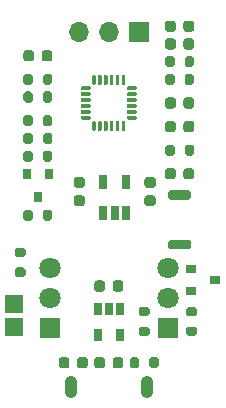
<source format=gbr>
G04 #@! TF.GenerationSoftware,KiCad,Pcbnew,(5.1.10)-1*
G04 #@! TF.CreationDate,2021-11-02T11:53:18+09:00*
G04 #@! TF.ProjectId,fishsensor,66697368-7365-46e7-936f-722e6b696361,rev?*
G04 #@! TF.SameCoordinates,Original*
G04 #@! TF.FileFunction,Soldermask,Top*
G04 #@! TF.FilePolarity,Negative*
%FSLAX46Y46*%
G04 Gerber Fmt 4.6, Leading zero omitted, Abs format (unit mm)*
G04 Created by KiCad (PCBNEW (5.1.10)-1) date 2021-11-02 11:53:18*
%MOMM*%
%LPD*%
G01*
G04 APERTURE LIST*
%ADD10R,1.500000X1.500000*%
%ADD11R,0.800000X0.900000*%
%ADD12R,0.900000X0.800000*%
%ADD13R,0.650000X1.060000*%
%ADD14O,1.050000X1.900000*%
%ADD15O,1.700000X1.700000*%
%ADD16R,1.700000X1.700000*%
%ADD17R,0.650000X1.220000*%
%ADD18C,1.800000*%
%ADD19R,1.800000X1.800000*%
G04 APERTURE END LIST*
D10*
X2000000Y-30500000D03*
X2000000Y-32500000D03*
G36*
G01*
X3575000Y-17725000D02*
X3575000Y-18275000D01*
G75*
G02*
X3375000Y-18475000I-200000J0D01*
G01*
X2975000Y-18475000D01*
G75*
G02*
X2775000Y-18275000I0J200000D01*
G01*
X2775000Y-17725000D01*
G75*
G02*
X2975000Y-17525000I200000J0D01*
G01*
X3375000Y-17525000D01*
G75*
G02*
X3575000Y-17725000I0J-200000D01*
G01*
G37*
G36*
G01*
X5225000Y-17725000D02*
X5225000Y-18275000D01*
G75*
G02*
X5025000Y-18475000I-200000J0D01*
G01*
X4625000Y-18475000D01*
G75*
G02*
X4425000Y-18275000I0J200000D01*
G01*
X4425000Y-17725000D01*
G75*
G02*
X4625000Y-17525000I200000J0D01*
G01*
X5025000Y-17525000D01*
G75*
G02*
X5225000Y-17725000I0J-200000D01*
G01*
G37*
G36*
G01*
X12725000Y-32425000D02*
X13275000Y-32425000D01*
G75*
G02*
X13475000Y-32625000I0J-200000D01*
G01*
X13475000Y-33025000D01*
G75*
G02*
X13275000Y-33225000I-200000J0D01*
G01*
X12725000Y-33225000D01*
G75*
G02*
X12525000Y-33025000I0J200000D01*
G01*
X12525000Y-32625000D01*
G75*
G02*
X12725000Y-32425000I200000J0D01*
G01*
G37*
G36*
G01*
X12725000Y-30775000D02*
X13275000Y-30775000D01*
G75*
G02*
X13475000Y-30975000I0J-200000D01*
G01*
X13475000Y-31375000D01*
G75*
G02*
X13275000Y-31575000I-200000J0D01*
G01*
X12725000Y-31575000D01*
G75*
G02*
X12525000Y-31375000I0J200000D01*
G01*
X12525000Y-30975000D01*
G75*
G02*
X12725000Y-30775000I200000J0D01*
G01*
G37*
D11*
X4000000Y-21500000D03*
X3050000Y-19500000D03*
X4950000Y-19500000D03*
D12*
X19000000Y-28500000D03*
X17000000Y-29450000D03*
X17000000Y-27550000D03*
G36*
G01*
X9675000Y-35250000D02*
X9675000Y-35750000D01*
G75*
G02*
X9450000Y-35975000I-225000J0D01*
G01*
X9000000Y-35975000D01*
G75*
G02*
X8775000Y-35750000I0J225000D01*
G01*
X8775000Y-35250000D01*
G75*
G02*
X9000000Y-35025000I225000J0D01*
G01*
X9450000Y-35025000D01*
G75*
G02*
X9675000Y-35250000I0J-225000D01*
G01*
G37*
G36*
G01*
X11225000Y-35250000D02*
X11225000Y-35750000D01*
G75*
G02*
X11000000Y-35975000I-225000J0D01*
G01*
X10550000Y-35975000D01*
G75*
G02*
X10325000Y-35750000I0J225000D01*
G01*
X10325000Y-35250000D01*
G75*
G02*
X10550000Y-35025000I225000J0D01*
G01*
X11000000Y-35025000D01*
G75*
G02*
X11225000Y-35250000I0J-225000D01*
G01*
G37*
D13*
X10950000Y-33100000D03*
X9050000Y-33100000D03*
X9050000Y-30900000D03*
X10000000Y-30900000D03*
X10950000Y-30900000D03*
G36*
G01*
X16800000Y-25900000D02*
X15200000Y-25900000D01*
G75*
G02*
X15000000Y-25700000I0J200000D01*
G01*
X15000000Y-25300000D01*
G75*
G02*
X15200000Y-25100000I200000J0D01*
G01*
X16800000Y-25100000D01*
G75*
G02*
X17000000Y-25300000I0J-200000D01*
G01*
X17000000Y-25700000D01*
G75*
G02*
X16800000Y-25900000I-200000J0D01*
G01*
G37*
G36*
G01*
X16800000Y-21700000D02*
X15200000Y-21700000D01*
G75*
G02*
X15000000Y-21500000I0J200000D01*
G01*
X15000000Y-21100000D01*
G75*
G02*
X15200000Y-20900000I200000J0D01*
G01*
X16800000Y-20900000D01*
G75*
G02*
X17000000Y-21100000I0J-200000D01*
G01*
X17000000Y-21500000D01*
G75*
G02*
X16800000Y-21700000I-200000J0D01*
G01*
G37*
G36*
G01*
X16425000Y-10275000D02*
X16425000Y-9725000D01*
G75*
G02*
X16625000Y-9525000I200000J0D01*
G01*
X17025000Y-9525000D01*
G75*
G02*
X17225000Y-9725000I0J-200000D01*
G01*
X17225000Y-10275000D01*
G75*
G02*
X17025000Y-10475000I-200000J0D01*
G01*
X16625000Y-10475000D01*
G75*
G02*
X16425000Y-10275000I0J200000D01*
G01*
G37*
G36*
G01*
X14775000Y-10275000D02*
X14775000Y-9725000D01*
G75*
G02*
X14975000Y-9525000I200000J0D01*
G01*
X15375000Y-9525000D01*
G75*
G02*
X15575000Y-9725000I0J-200000D01*
G01*
X15575000Y-10275000D01*
G75*
G02*
X15375000Y-10475000I-200000J0D01*
G01*
X14975000Y-10475000D01*
G75*
G02*
X14775000Y-10275000I0J200000D01*
G01*
G37*
G36*
G01*
X13425000Y-35775000D02*
X13425000Y-35225000D01*
G75*
G02*
X13625000Y-35025000I200000J0D01*
G01*
X14025000Y-35025000D01*
G75*
G02*
X14225000Y-35225000I0J-200000D01*
G01*
X14225000Y-35775000D01*
G75*
G02*
X14025000Y-35975000I-200000J0D01*
G01*
X13625000Y-35975000D01*
G75*
G02*
X13425000Y-35775000I0J200000D01*
G01*
G37*
G36*
G01*
X11775000Y-35775000D02*
X11775000Y-35225000D01*
G75*
G02*
X11975000Y-35025000I200000J0D01*
G01*
X12375000Y-35025000D01*
G75*
G02*
X12575000Y-35225000I0J-200000D01*
G01*
X12575000Y-35775000D01*
G75*
G02*
X12375000Y-35975000I-200000J0D01*
G01*
X11975000Y-35975000D01*
G75*
G02*
X11775000Y-35775000I0J200000D01*
G01*
G37*
D14*
X6800000Y-37550000D03*
X13200000Y-37550000D03*
G36*
G01*
X15675000Y-8250000D02*
X15675000Y-8750000D01*
G75*
G02*
X15450000Y-8975000I-225000J0D01*
G01*
X15000000Y-8975000D01*
G75*
G02*
X14775000Y-8750000I0J225000D01*
G01*
X14775000Y-8250000D01*
G75*
G02*
X15000000Y-8025000I225000J0D01*
G01*
X15450000Y-8025000D01*
G75*
G02*
X15675000Y-8250000I0J-225000D01*
G01*
G37*
G36*
G01*
X17225000Y-8250000D02*
X17225000Y-8750000D01*
G75*
G02*
X17000000Y-8975000I-225000J0D01*
G01*
X16550000Y-8975000D01*
G75*
G02*
X16325000Y-8750000I0J225000D01*
G01*
X16325000Y-8250000D01*
G75*
G02*
X16550000Y-8025000I225000J0D01*
G01*
X17000000Y-8025000D01*
G75*
G02*
X17225000Y-8250000I0J-225000D01*
G01*
G37*
G36*
G01*
X10325000Y-29250000D02*
X10325000Y-28750000D01*
G75*
G02*
X10550000Y-28525000I225000J0D01*
G01*
X11000000Y-28525000D01*
G75*
G02*
X11225000Y-28750000I0J-225000D01*
G01*
X11225000Y-29250000D01*
G75*
G02*
X11000000Y-29475000I-225000J0D01*
G01*
X10550000Y-29475000D01*
G75*
G02*
X10325000Y-29250000I0J225000D01*
G01*
G37*
G36*
G01*
X8775000Y-29250000D02*
X8775000Y-28750000D01*
G75*
G02*
X9000000Y-28525000I225000J0D01*
G01*
X9450000Y-28525000D01*
G75*
G02*
X9675000Y-28750000I0J-225000D01*
G01*
X9675000Y-29250000D01*
G75*
G02*
X9450000Y-29475000I-225000J0D01*
G01*
X9000000Y-29475000D01*
G75*
G02*
X8775000Y-29250000I0J225000D01*
G01*
G37*
D15*
X7460000Y-7500000D03*
X10000000Y-7500000D03*
D16*
X12540000Y-7500000D03*
G36*
G01*
X8475000Y-14675000D02*
X8475000Y-14825000D01*
G75*
G02*
X8400000Y-14900000I-75000J0D01*
G01*
X7700000Y-14900000D01*
G75*
G02*
X7625000Y-14825000I0J75000D01*
G01*
X7625000Y-14675000D01*
G75*
G02*
X7700000Y-14600000I75000J0D01*
G01*
X8400000Y-14600000D01*
G75*
G02*
X8475000Y-14675000I0J-75000D01*
G01*
G37*
G36*
G01*
X8475000Y-14175000D02*
X8475000Y-14325000D01*
G75*
G02*
X8400000Y-14400000I-75000J0D01*
G01*
X7700000Y-14400000D01*
G75*
G02*
X7625000Y-14325000I0J75000D01*
G01*
X7625000Y-14175000D01*
G75*
G02*
X7700000Y-14100000I75000J0D01*
G01*
X8400000Y-14100000D01*
G75*
G02*
X8475000Y-14175000I0J-75000D01*
G01*
G37*
G36*
G01*
X8475000Y-13675000D02*
X8475000Y-13825000D01*
G75*
G02*
X8400000Y-13900000I-75000J0D01*
G01*
X7700000Y-13900000D01*
G75*
G02*
X7625000Y-13825000I0J75000D01*
G01*
X7625000Y-13675000D01*
G75*
G02*
X7700000Y-13600000I75000J0D01*
G01*
X8400000Y-13600000D01*
G75*
G02*
X8475000Y-13675000I0J-75000D01*
G01*
G37*
G36*
G01*
X8475000Y-13175000D02*
X8475000Y-13325000D01*
G75*
G02*
X8400000Y-13400000I-75000J0D01*
G01*
X7700000Y-13400000D01*
G75*
G02*
X7625000Y-13325000I0J75000D01*
G01*
X7625000Y-13175000D01*
G75*
G02*
X7700000Y-13100000I75000J0D01*
G01*
X8400000Y-13100000D01*
G75*
G02*
X8475000Y-13175000I0J-75000D01*
G01*
G37*
G36*
G01*
X8475000Y-12675000D02*
X8475000Y-12825000D01*
G75*
G02*
X8400000Y-12900000I-75000J0D01*
G01*
X7700000Y-12900000D01*
G75*
G02*
X7625000Y-12825000I0J75000D01*
G01*
X7625000Y-12675000D01*
G75*
G02*
X7700000Y-12600000I75000J0D01*
G01*
X8400000Y-12600000D01*
G75*
G02*
X8475000Y-12675000I0J-75000D01*
G01*
G37*
G36*
G01*
X8475000Y-12175000D02*
X8475000Y-12325000D01*
G75*
G02*
X8400000Y-12400000I-75000J0D01*
G01*
X7700000Y-12400000D01*
G75*
G02*
X7625000Y-12325000I0J75000D01*
G01*
X7625000Y-12175000D01*
G75*
G02*
X7700000Y-12100000I75000J0D01*
G01*
X8400000Y-12100000D01*
G75*
G02*
X8475000Y-12175000I0J-75000D01*
G01*
G37*
G36*
G01*
X8825000Y-11975000D02*
X8675000Y-11975000D01*
G75*
G02*
X8600000Y-11900000I0J75000D01*
G01*
X8600000Y-11200000D01*
G75*
G02*
X8675000Y-11125000I75000J0D01*
G01*
X8825000Y-11125000D01*
G75*
G02*
X8900000Y-11200000I0J-75000D01*
G01*
X8900000Y-11900000D01*
G75*
G02*
X8825000Y-11975000I-75000J0D01*
G01*
G37*
G36*
G01*
X9325000Y-11975000D02*
X9175000Y-11975000D01*
G75*
G02*
X9100000Y-11900000I0J75000D01*
G01*
X9100000Y-11200000D01*
G75*
G02*
X9175000Y-11125000I75000J0D01*
G01*
X9325000Y-11125000D01*
G75*
G02*
X9400000Y-11200000I0J-75000D01*
G01*
X9400000Y-11900000D01*
G75*
G02*
X9325000Y-11975000I-75000J0D01*
G01*
G37*
G36*
G01*
X9825000Y-11975000D02*
X9675000Y-11975000D01*
G75*
G02*
X9600000Y-11900000I0J75000D01*
G01*
X9600000Y-11200000D01*
G75*
G02*
X9675000Y-11125000I75000J0D01*
G01*
X9825000Y-11125000D01*
G75*
G02*
X9900000Y-11200000I0J-75000D01*
G01*
X9900000Y-11900000D01*
G75*
G02*
X9825000Y-11975000I-75000J0D01*
G01*
G37*
G36*
G01*
X10325000Y-11975000D02*
X10175000Y-11975000D01*
G75*
G02*
X10100000Y-11900000I0J75000D01*
G01*
X10100000Y-11200000D01*
G75*
G02*
X10175000Y-11125000I75000J0D01*
G01*
X10325000Y-11125000D01*
G75*
G02*
X10400000Y-11200000I0J-75000D01*
G01*
X10400000Y-11900000D01*
G75*
G02*
X10325000Y-11975000I-75000J0D01*
G01*
G37*
G36*
G01*
X10825000Y-11975000D02*
X10675000Y-11975000D01*
G75*
G02*
X10600000Y-11900000I0J75000D01*
G01*
X10600000Y-11200000D01*
G75*
G02*
X10675000Y-11125000I75000J0D01*
G01*
X10825000Y-11125000D01*
G75*
G02*
X10900000Y-11200000I0J-75000D01*
G01*
X10900000Y-11900000D01*
G75*
G02*
X10825000Y-11975000I-75000J0D01*
G01*
G37*
G36*
G01*
X11325000Y-11975000D02*
X11175000Y-11975000D01*
G75*
G02*
X11100000Y-11900000I0J75000D01*
G01*
X11100000Y-11200000D01*
G75*
G02*
X11175000Y-11125000I75000J0D01*
G01*
X11325000Y-11125000D01*
G75*
G02*
X11400000Y-11200000I0J-75000D01*
G01*
X11400000Y-11900000D01*
G75*
G02*
X11325000Y-11975000I-75000J0D01*
G01*
G37*
G36*
G01*
X12375000Y-12175000D02*
X12375000Y-12325000D01*
G75*
G02*
X12300000Y-12400000I-75000J0D01*
G01*
X11600000Y-12400000D01*
G75*
G02*
X11525000Y-12325000I0J75000D01*
G01*
X11525000Y-12175000D01*
G75*
G02*
X11600000Y-12100000I75000J0D01*
G01*
X12300000Y-12100000D01*
G75*
G02*
X12375000Y-12175000I0J-75000D01*
G01*
G37*
G36*
G01*
X12375000Y-12675000D02*
X12375000Y-12825000D01*
G75*
G02*
X12300000Y-12900000I-75000J0D01*
G01*
X11600000Y-12900000D01*
G75*
G02*
X11525000Y-12825000I0J75000D01*
G01*
X11525000Y-12675000D01*
G75*
G02*
X11600000Y-12600000I75000J0D01*
G01*
X12300000Y-12600000D01*
G75*
G02*
X12375000Y-12675000I0J-75000D01*
G01*
G37*
G36*
G01*
X12375000Y-13175000D02*
X12375000Y-13325000D01*
G75*
G02*
X12300000Y-13400000I-75000J0D01*
G01*
X11600000Y-13400000D01*
G75*
G02*
X11525000Y-13325000I0J75000D01*
G01*
X11525000Y-13175000D01*
G75*
G02*
X11600000Y-13100000I75000J0D01*
G01*
X12300000Y-13100000D01*
G75*
G02*
X12375000Y-13175000I0J-75000D01*
G01*
G37*
G36*
G01*
X12375000Y-13675000D02*
X12375000Y-13825000D01*
G75*
G02*
X12300000Y-13900000I-75000J0D01*
G01*
X11600000Y-13900000D01*
G75*
G02*
X11525000Y-13825000I0J75000D01*
G01*
X11525000Y-13675000D01*
G75*
G02*
X11600000Y-13600000I75000J0D01*
G01*
X12300000Y-13600000D01*
G75*
G02*
X12375000Y-13675000I0J-75000D01*
G01*
G37*
G36*
G01*
X12375000Y-14175000D02*
X12375000Y-14325000D01*
G75*
G02*
X12300000Y-14400000I-75000J0D01*
G01*
X11600000Y-14400000D01*
G75*
G02*
X11525000Y-14325000I0J75000D01*
G01*
X11525000Y-14175000D01*
G75*
G02*
X11600000Y-14100000I75000J0D01*
G01*
X12300000Y-14100000D01*
G75*
G02*
X12375000Y-14175000I0J-75000D01*
G01*
G37*
G36*
G01*
X12375000Y-14675000D02*
X12375000Y-14825000D01*
G75*
G02*
X12300000Y-14900000I-75000J0D01*
G01*
X11600000Y-14900000D01*
G75*
G02*
X11525000Y-14825000I0J75000D01*
G01*
X11525000Y-14675000D01*
G75*
G02*
X11600000Y-14600000I75000J0D01*
G01*
X12300000Y-14600000D01*
G75*
G02*
X12375000Y-14675000I0J-75000D01*
G01*
G37*
G36*
G01*
X11325000Y-15875000D02*
X11175000Y-15875000D01*
G75*
G02*
X11100000Y-15800000I0J75000D01*
G01*
X11100000Y-15100000D01*
G75*
G02*
X11175000Y-15025000I75000J0D01*
G01*
X11325000Y-15025000D01*
G75*
G02*
X11400000Y-15100000I0J-75000D01*
G01*
X11400000Y-15800000D01*
G75*
G02*
X11325000Y-15875000I-75000J0D01*
G01*
G37*
G36*
G01*
X10825000Y-15875000D02*
X10675000Y-15875000D01*
G75*
G02*
X10600000Y-15800000I0J75000D01*
G01*
X10600000Y-15100000D01*
G75*
G02*
X10675000Y-15025000I75000J0D01*
G01*
X10825000Y-15025000D01*
G75*
G02*
X10900000Y-15100000I0J-75000D01*
G01*
X10900000Y-15800000D01*
G75*
G02*
X10825000Y-15875000I-75000J0D01*
G01*
G37*
G36*
G01*
X10325000Y-15875000D02*
X10175000Y-15875000D01*
G75*
G02*
X10100000Y-15800000I0J75000D01*
G01*
X10100000Y-15100000D01*
G75*
G02*
X10175000Y-15025000I75000J0D01*
G01*
X10325000Y-15025000D01*
G75*
G02*
X10400000Y-15100000I0J-75000D01*
G01*
X10400000Y-15800000D01*
G75*
G02*
X10325000Y-15875000I-75000J0D01*
G01*
G37*
G36*
G01*
X9825000Y-15875000D02*
X9675000Y-15875000D01*
G75*
G02*
X9600000Y-15800000I0J75000D01*
G01*
X9600000Y-15100000D01*
G75*
G02*
X9675000Y-15025000I75000J0D01*
G01*
X9825000Y-15025000D01*
G75*
G02*
X9900000Y-15100000I0J-75000D01*
G01*
X9900000Y-15800000D01*
G75*
G02*
X9825000Y-15875000I-75000J0D01*
G01*
G37*
G36*
G01*
X9325000Y-15875000D02*
X9175000Y-15875000D01*
G75*
G02*
X9100000Y-15800000I0J75000D01*
G01*
X9100000Y-15100000D01*
G75*
G02*
X9175000Y-15025000I75000J0D01*
G01*
X9325000Y-15025000D01*
G75*
G02*
X9400000Y-15100000I0J-75000D01*
G01*
X9400000Y-15800000D01*
G75*
G02*
X9325000Y-15875000I-75000J0D01*
G01*
G37*
G36*
G01*
X8825000Y-15875000D02*
X8675000Y-15875000D01*
G75*
G02*
X8600000Y-15800000I0J75000D01*
G01*
X8600000Y-15100000D01*
G75*
G02*
X8675000Y-15025000I75000J0D01*
G01*
X8825000Y-15025000D01*
G75*
G02*
X8900000Y-15100000I0J-75000D01*
G01*
X8900000Y-15800000D01*
G75*
G02*
X8825000Y-15875000I-75000J0D01*
G01*
G37*
D17*
X9550000Y-20190000D03*
X11450000Y-20190000D03*
X11450000Y-22810000D03*
X10500000Y-22810000D03*
X9550000Y-22810000D03*
G36*
G01*
X17275000Y-31575000D02*
X16725000Y-31575000D01*
G75*
G02*
X16525000Y-31375000I0J200000D01*
G01*
X16525000Y-30975000D01*
G75*
G02*
X16725000Y-30775000I200000J0D01*
G01*
X17275000Y-30775000D01*
G75*
G02*
X17475000Y-30975000I0J-200000D01*
G01*
X17475000Y-31375000D01*
G75*
G02*
X17275000Y-31575000I-200000J0D01*
G01*
G37*
G36*
G01*
X17275000Y-33225000D02*
X16725000Y-33225000D01*
G75*
G02*
X16525000Y-33025000I0J200000D01*
G01*
X16525000Y-32625000D01*
G75*
G02*
X16725000Y-32425000I200000J0D01*
G01*
X17275000Y-32425000D01*
G75*
G02*
X17475000Y-32625000I0J-200000D01*
G01*
X17475000Y-33025000D01*
G75*
G02*
X17275000Y-33225000I-200000J0D01*
G01*
G37*
G36*
G01*
X4425000Y-16775000D02*
X4425000Y-16225000D01*
G75*
G02*
X4625000Y-16025000I200000J0D01*
G01*
X5025000Y-16025000D01*
G75*
G02*
X5225000Y-16225000I0J-200000D01*
G01*
X5225000Y-16775000D01*
G75*
G02*
X5025000Y-16975000I-200000J0D01*
G01*
X4625000Y-16975000D01*
G75*
G02*
X4425000Y-16775000I0J200000D01*
G01*
G37*
G36*
G01*
X2775000Y-16775000D02*
X2775000Y-16225000D01*
G75*
G02*
X2975000Y-16025000I200000J0D01*
G01*
X3375000Y-16025000D01*
G75*
G02*
X3575000Y-16225000I0J-200000D01*
G01*
X3575000Y-16775000D01*
G75*
G02*
X3375000Y-16975000I-200000J0D01*
G01*
X2975000Y-16975000D01*
G75*
G02*
X2775000Y-16775000I0J200000D01*
G01*
G37*
G36*
G01*
X16425000Y-11775000D02*
X16425000Y-11225000D01*
G75*
G02*
X16625000Y-11025000I200000J0D01*
G01*
X17025000Y-11025000D01*
G75*
G02*
X17225000Y-11225000I0J-200000D01*
G01*
X17225000Y-11775000D01*
G75*
G02*
X17025000Y-11975000I-200000J0D01*
G01*
X16625000Y-11975000D01*
G75*
G02*
X16425000Y-11775000I0J200000D01*
G01*
G37*
G36*
G01*
X14775000Y-11775000D02*
X14775000Y-11225000D01*
G75*
G02*
X14975000Y-11025000I200000J0D01*
G01*
X15375000Y-11025000D01*
G75*
G02*
X15575000Y-11225000I0J-200000D01*
G01*
X15575000Y-11775000D01*
G75*
G02*
X15375000Y-11975000I-200000J0D01*
G01*
X14975000Y-11975000D01*
G75*
G02*
X14775000Y-11775000I0J200000D01*
G01*
G37*
G36*
G01*
X16425000Y-17775000D02*
X16425000Y-17225000D01*
G75*
G02*
X16625000Y-17025000I200000J0D01*
G01*
X17025000Y-17025000D01*
G75*
G02*
X17225000Y-17225000I0J-200000D01*
G01*
X17225000Y-17775000D01*
G75*
G02*
X17025000Y-17975000I-200000J0D01*
G01*
X16625000Y-17975000D01*
G75*
G02*
X16425000Y-17775000I0J200000D01*
G01*
G37*
G36*
G01*
X14775000Y-17775000D02*
X14775000Y-17225000D01*
G75*
G02*
X14975000Y-17025000I200000J0D01*
G01*
X15375000Y-17025000D01*
G75*
G02*
X15575000Y-17225000I0J-200000D01*
G01*
X15575000Y-17775000D01*
G75*
G02*
X15375000Y-17975000I-200000J0D01*
G01*
X14975000Y-17975000D01*
G75*
G02*
X14775000Y-17775000I0J200000D01*
G01*
G37*
G36*
G01*
X4425000Y-13275000D02*
X4425000Y-12725000D01*
G75*
G02*
X4625000Y-12525000I200000J0D01*
G01*
X5025000Y-12525000D01*
G75*
G02*
X5225000Y-12725000I0J-200000D01*
G01*
X5225000Y-13275000D01*
G75*
G02*
X5025000Y-13475000I-200000J0D01*
G01*
X4625000Y-13475000D01*
G75*
G02*
X4425000Y-13275000I0J200000D01*
G01*
G37*
G36*
G01*
X2775000Y-13275000D02*
X2775000Y-12725000D01*
G75*
G02*
X2975000Y-12525000I200000J0D01*
G01*
X3375000Y-12525000D01*
G75*
G02*
X3575000Y-12725000I0J-200000D01*
G01*
X3575000Y-13275000D01*
G75*
G02*
X3375000Y-13475000I-200000J0D01*
G01*
X2975000Y-13475000D01*
G75*
G02*
X2775000Y-13275000I0J200000D01*
G01*
G37*
G36*
G01*
X4425000Y-11775000D02*
X4425000Y-11225000D01*
G75*
G02*
X4625000Y-11025000I200000J0D01*
G01*
X5025000Y-11025000D01*
G75*
G02*
X5225000Y-11225000I0J-200000D01*
G01*
X5225000Y-11775000D01*
G75*
G02*
X5025000Y-11975000I-200000J0D01*
G01*
X4625000Y-11975000D01*
G75*
G02*
X4425000Y-11775000I0J200000D01*
G01*
G37*
G36*
G01*
X2775000Y-11775000D02*
X2775000Y-11225000D01*
G75*
G02*
X2975000Y-11025000I200000J0D01*
G01*
X3375000Y-11025000D01*
G75*
G02*
X3575000Y-11225000I0J-200000D01*
G01*
X3575000Y-11775000D01*
G75*
G02*
X3375000Y-11975000I-200000J0D01*
G01*
X2975000Y-11975000D01*
G75*
G02*
X2775000Y-11775000I0J200000D01*
G01*
G37*
G36*
G01*
X2225000Y-27425000D02*
X2775000Y-27425000D01*
G75*
G02*
X2975000Y-27625000I0J-200000D01*
G01*
X2975000Y-28025000D01*
G75*
G02*
X2775000Y-28225000I-200000J0D01*
G01*
X2225000Y-28225000D01*
G75*
G02*
X2025000Y-28025000I0J200000D01*
G01*
X2025000Y-27625000D01*
G75*
G02*
X2225000Y-27425000I200000J0D01*
G01*
G37*
G36*
G01*
X2225000Y-25775000D02*
X2775000Y-25775000D01*
G75*
G02*
X2975000Y-25975000I0J-200000D01*
G01*
X2975000Y-26375000D01*
G75*
G02*
X2775000Y-26575000I-200000J0D01*
G01*
X2225000Y-26575000D01*
G75*
G02*
X2025000Y-26375000I0J200000D01*
G01*
X2025000Y-25975000D01*
G75*
G02*
X2225000Y-25775000I200000J0D01*
G01*
G37*
G36*
G01*
X4425000Y-15275000D02*
X4425000Y-14725000D01*
G75*
G02*
X4625000Y-14525000I200000J0D01*
G01*
X5025000Y-14525000D01*
G75*
G02*
X5225000Y-14725000I0J-200000D01*
G01*
X5225000Y-15275000D01*
G75*
G02*
X5025000Y-15475000I-200000J0D01*
G01*
X4625000Y-15475000D01*
G75*
G02*
X4425000Y-15275000I0J200000D01*
G01*
G37*
G36*
G01*
X2775000Y-15275000D02*
X2775000Y-14725000D01*
G75*
G02*
X2975000Y-14525000I200000J0D01*
G01*
X3375000Y-14525000D01*
G75*
G02*
X3575000Y-14725000I0J-200000D01*
G01*
X3575000Y-15275000D01*
G75*
G02*
X3375000Y-15475000I-200000J0D01*
G01*
X2975000Y-15475000D01*
G75*
G02*
X2775000Y-15275000I0J200000D01*
G01*
G37*
G36*
G01*
X4425000Y-23275000D02*
X4425000Y-22725000D01*
G75*
G02*
X4625000Y-22525000I200000J0D01*
G01*
X5025000Y-22525000D01*
G75*
G02*
X5225000Y-22725000I0J-200000D01*
G01*
X5225000Y-23275000D01*
G75*
G02*
X5025000Y-23475000I-200000J0D01*
G01*
X4625000Y-23475000D01*
G75*
G02*
X4425000Y-23275000I0J200000D01*
G01*
G37*
G36*
G01*
X2775000Y-23275000D02*
X2775000Y-22725000D01*
G75*
G02*
X2975000Y-22525000I200000J0D01*
G01*
X3375000Y-22525000D01*
G75*
G02*
X3575000Y-22725000I0J-200000D01*
G01*
X3575000Y-23275000D01*
G75*
G02*
X3375000Y-23475000I-200000J0D01*
G01*
X2975000Y-23475000D01*
G75*
G02*
X2775000Y-23275000I0J200000D01*
G01*
G37*
D18*
X15000000Y-27460000D03*
X15000000Y-30000000D03*
D19*
X15000000Y-32540000D03*
D18*
X5000000Y-27460000D03*
X5000000Y-30000000D03*
D19*
X5000000Y-32540000D03*
G36*
G01*
X4325000Y-9750000D02*
X4325000Y-9250000D01*
G75*
G02*
X4550000Y-9025000I225000J0D01*
G01*
X5000000Y-9025000D01*
G75*
G02*
X5225000Y-9250000I0J-225000D01*
G01*
X5225000Y-9750000D01*
G75*
G02*
X5000000Y-9975000I-225000J0D01*
G01*
X4550000Y-9975000D01*
G75*
G02*
X4325000Y-9750000I0J225000D01*
G01*
G37*
G36*
G01*
X2775000Y-9750000D02*
X2775000Y-9250000D01*
G75*
G02*
X3000000Y-9025000I225000J0D01*
G01*
X3450000Y-9025000D01*
G75*
G02*
X3675000Y-9250000I0J-225000D01*
G01*
X3675000Y-9750000D01*
G75*
G02*
X3450000Y-9975000I-225000J0D01*
G01*
X3000000Y-9975000D01*
G75*
G02*
X2775000Y-9750000I0J225000D01*
G01*
G37*
G36*
G01*
X15675000Y-13250000D02*
X15675000Y-13750000D01*
G75*
G02*
X15450000Y-13975000I-225000J0D01*
G01*
X15000000Y-13975000D01*
G75*
G02*
X14775000Y-13750000I0J225000D01*
G01*
X14775000Y-13250000D01*
G75*
G02*
X15000000Y-13025000I225000J0D01*
G01*
X15450000Y-13025000D01*
G75*
G02*
X15675000Y-13250000I0J-225000D01*
G01*
G37*
G36*
G01*
X17225000Y-13250000D02*
X17225000Y-13750000D01*
G75*
G02*
X17000000Y-13975000I-225000J0D01*
G01*
X16550000Y-13975000D01*
G75*
G02*
X16325000Y-13750000I0J225000D01*
G01*
X16325000Y-13250000D01*
G75*
G02*
X16550000Y-13025000I225000J0D01*
G01*
X17000000Y-13025000D01*
G75*
G02*
X17225000Y-13250000I0J-225000D01*
G01*
G37*
G36*
G01*
X16325000Y-15750000D02*
X16325000Y-15250000D01*
G75*
G02*
X16550000Y-15025000I225000J0D01*
G01*
X17000000Y-15025000D01*
G75*
G02*
X17225000Y-15250000I0J-225000D01*
G01*
X17225000Y-15750000D01*
G75*
G02*
X17000000Y-15975000I-225000J0D01*
G01*
X16550000Y-15975000D01*
G75*
G02*
X16325000Y-15750000I0J225000D01*
G01*
G37*
G36*
G01*
X14775000Y-15750000D02*
X14775000Y-15250000D01*
G75*
G02*
X15000000Y-15025000I225000J0D01*
G01*
X15450000Y-15025000D01*
G75*
G02*
X15675000Y-15250000I0J-225000D01*
G01*
X15675000Y-15750000D01*
G75*
G02*
X15450000Y-15975000I-225000J0D01*
G01*
X15000000Y-15975000D01*
G75*
G02*
X14775000Y-15750000I0J225000D01*
G01*
G37*
G36*
G01*
X15675000Y-6750000D02*
X15675000Y-7250000D01*
G75*
G02*
X15450000Y-7475000I-225000J0D01*
G01*
X15000000Y-7475000D01*
G75*
G02*
X14775000Y-7250000I0J225000D01*
G01*
X14775000Y-6750000D01*
G75*
G02*
X15000000Y-6525000I225000J0D01*
G01*
X15450000Y-6525000D01*
G75*
G02*
X15675000Y-6750000I0J-225000D01*
G01*
G37*
G36*
G01*
X17225000Y-6750000D02*
X17225000Y-7250000D01*
G75*
G02*
X17000000Y-7475000I-225000J0D01*
G01*
X16550000Y-7475000D01*
G75*
G02*
X16325000Y-7250000I0J225000D01*
G01*
X16325000Y-6750000D01*
G75*
G02*
X16550000Y-6525000I225000J0D01*
G01*
X17000000Y-6525000D01*
G75*
G02*
X17225000Y-6750000I0J-225000D01*
G01*
G37*
G36*
G01*
X7250000Y-21325000D02*
X7750000Y-21325000D01*
G75*
G02*
X7975000Y-21550000I0J-225000D01*
G01*
X7975000Y-22000000D01*
G75*
G02*
X7750000Y-22225000I-225000J0D01*
G01*
X7250000Y-22225000D01*
G75*
G02*
X7025000Y-22000000I0J225000D01*
G01*
X7025000Y-21550000D01*
G75*
G02*
X7250000Y-21325000I225000J0D01*
G01*
G37*
G36*
G01*
X7250000Y-19775000D02*
X7750000Y-19775000D01*
G75*
G02*
X7975000Y-20000000I0J-225000D01*
G01*
X7975000Y-20450000D01*
G75*
G02*
X7750000Y-20675000I-225000J0D01*
G01*
X7250000Y-20675000D01*
G75*
G02*
X7025000Y-20450000I0J225000D01*
G01*
X7025000Y-20000000D01*
G75*
G02*
X7250000Y-19775000I225000J0D01*
G01*
G37*
G36*
G01*
X13750000Y-20675000D02*
X13250000Y-20675000D01*
G75*
G02*
X13025000Y-20450000I0J225000D01*
G01*
X13025000Y-20000000D01*
G75*
G02*
X13250000Y-19775000I225000J0D01*
G01*
X13750000Y-19775000D01*
G75*
G02*
X13975000Y-20000000I0J-225000D01*
G01*
X13975000Y-20450000D01*
G75*
G02*
X13750000Y-20675000I-225000J0D01*
G01*
G37*
G36*
G01*
X13750000Y-22225000D02*
X13250000Y-22225000D01*
G75*
G02*
X13025000Y-22000000I0J225000D01*
G01*
X13025000Y-21550000D01*
G75*
G02*
X13250000Y-21325000I225000J0D01*
G01*
X13750000Y-21325000D01*
G75*
G02*
X13975000Y-21550000I0J-225000D01*
G01*
X13975000Y-22000000D01*
G75*
G02*
X13750000Y-22225000I-225000J0D01*
G01*
G37*
G36*
G01*
X7325000Y-35750000D02*
X7325000Y-35250000D01*
G75*
G02*
X7550000Y-35025000I225000J0D01*
G01*
X8000000Y-35025000D01*
G75*
G02*
X8225000Y-35250000I0J-225000D01*
G01*
X8225000Y-35750000D01*
G75*
G02*
X8000000Y-35975000I-225000J0D01*
G01*
X7550000Y-35975000D01*
G75*
G02*
X7325000Y-35750000I0J225000D01*
G01*
G37*
G36*
G01*
X5775000Y-35750000D02*
X5775000Y-35250000D01*
G75*
G02*
X6000000Y-35025000I225000J0D01*
G01*
X6450000Y-35025000D01*
G75*
G02*
X6675000Y-35250000I0J-225000D01*
G01*
X6675000Y-35750000D01*
G75*
G02*
X6450000Y-35975000I-225000J0D01*
G01*
X6000000Y-35975000D01*
G75*
G02*
X5775000Y-35750000I0J225000D01*
G01*
G37*
G36*
G01*
X16325000Y-19750000D02*
X16325000Y-19250000D01*
G75*
G02*
X16550000Y-19025000I225000J0D01*
G01*
X17000000Y-19025000D01*
G75*
G02*
X17225000Y-19250000I0J-225000D01*
G01*
X17225000Y-19750000D01*
G75*
G02*
X17000000Y-19975000I-225000J0D01*
G01*
X16550000Y-19975000D01*
G75*
G02*
X16325000Y-19750000I0J225000D01*
G01*
G37*
G36*
G01*
X14775000Y-19750000D02*
X14775000Y-19250000D01*
G75*
G02*
X15000000Y-19025000I225000J0D01*
G01*
X15450000Y-19025000D01*
G75*
G02*
X15675000Y-19250000I0J-225000D01*
G01*
X15675000Y-19750000D01*
G75*
G02*
X15450000Y-19975000I-225000J0D01*
G01*
X15000000Y-19975000D01*
G75*
G02*
X14775000Y-19750000I0J225000D01*
G01*
G37*
M02*

</source>
